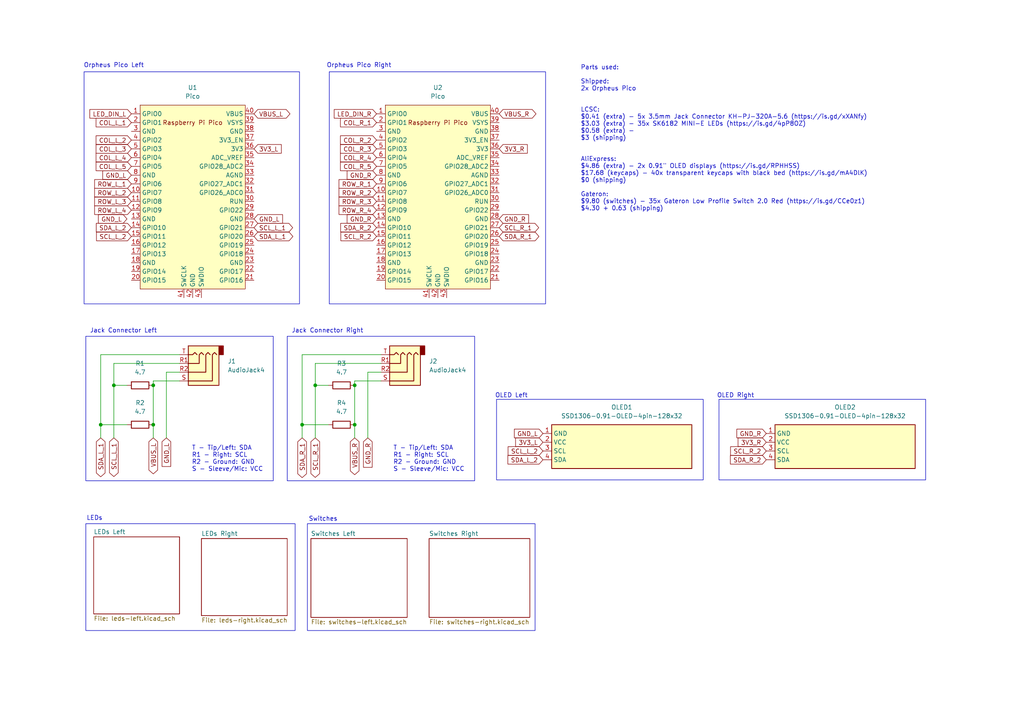
<source format=kicad_sch>
(kicad_sch (version 20231120) (generator "eeschema") (generator_version "8.0")
  (paper "A4")
  (title_block (title "Termite Keyboard") (date "2025-03-12") (rev "v1") (company "Mircea-Sebastian Turtureanu"))
  (lib_symbols
    (symbol "Connector_Audio:AudioJack4"
      (property "Reference" "J" (at 0 8.89 0))
      (property "Value" "AudioJack4" (at 0 6.35 0))
      (symbol "AudioJack4_0_1"
        (rectangle (start -6.35 -5.08) (end -7.62 -7.62) (stroke (width 0.254)) (fill (type outline)))
        (polyline (pts (xy 0 -5.08) (xy 0.635 -5.715) (xy 1.27 -5.08) (xy 2.54 -5.08)) (stroke (width 0.254)))
        (polyline (pts (xy -5.715 -5.08) (xy -5.08 -5.715) (xy -4.445 -5.08) (xy -4.445 2.54) (xy 2.54 2.54)) (stroke (width 0.254)))
        (polyline (pts (xy -1.905 -5.08) (xy -1.27 -5.715) (xy -0.635 -5.08) (xy -0.635 -2.54) (xy 2.54 -2.54)) (stroke (width 0.254)))
        (polyline (pts (xy 2.54 0) (xy -2.54 0) (xy -2.54 -5.08) (xy -3.175 -5.715) (xy -3.81 -5.08)) (stroke (width 0.254)))
        (rectangle (start 2.54 3.81) (end -6.35 -7.62) (stroke (width 0.254)) (fill (type background)))
      )
      (symbol "AudioJack4_1_1"
        (pin passive line (at 5.08 -2.54 180) (length 2.54) (name "~") (number "R1"))
        (pin passive line (at 5.08 0 180) (length 2.54) (name "~") (number "R2"))
        (pin passive line (at 5.08 2.54 180) (length 2.54) (name "~") (number "S"))
        (pin passive line (at 5.08 -5.08 180) (length 2.54) (name "~") (number "T"))
      )
    )
    (symbol "Device:R" (pin_numbers hide) (pin_names (offset 0))
      (property "Reference" "R" (at 2.032 0 90))
      (property "Value" "R" (at 0 0 90))
      (symbol "R_0_1"
        (rectangle (start -1.016 -2.54) (end 1.016 2.54) (stroke (width 0.254)))
      )
      (symbol "R_1_1"
        (pin passive line (at 0 3.81 270) (length 1.27) (name "~") (number "1"))
        (pin passive line (at 0 -3.81 90) (length 1.27) (name "~") (number "2"))
      )
    )
    (symbol "MCU_RaspberryPi_and_Boards:Pico"
      (property "Reference" "U" (at -13.97 27.94 0))
      (property "Value" "Pico" (at 0 19.05 0))
      (symbol "Pico_0_0"
        (text "Raspberry Pi Pico" (at 0 21.59 0) (effects (font (size 1.27 1.27))))
      )
      (symbol "Pico_0_1"
        (rectangle (start -15.24 26.67) (end 15.24 -26.67) (fill (type background)))
      )
      (symbol "Pico_1_1"
        (pin bidirectional line (at -17.78 24.13 0) (length 2.54) (name "GPIO0") (number "1"))
        (pin bidirectional line (at -17.78 1.27 0) (length 2.54) (name "GPIO7") (number "10"))
        (pin bidirectional line (at -17.78 -1.27 0) (length 2.54) (name "GPIO8") (number "11"))
        (pin bidirectional line (at -17.78 -3.81 0) (length 2.54) (name "GPIO9") (number "12"))
        (pin power_in line (at -17.78 -6.35 0) (length 2.54) (name "GND") (number "13"))
        (pin bidirectional line (at -17.78 -8.89 0) (length 2.54) (name "GPIO10") (number "14"))
        (pin bidirectional line (at -17.78 -11.43 0) (length 2.54) (name "GPIO11") (number "15"))
        (pin bidirectional line (at -17.78 -13.97 0) (length 2.54) (name "GPIO12") (number "16"))
        (pin bidirectional line (at -17.78 -16.51 0) (length 2.54) (name "GPIO13") (number "17"))
        (pin power_in line (at -17.78 -19.05 0) (length 2.54) (name "GND") (number "18"))
        (pin bidirectional line (at -17.78 -21.59 0) (length 2.54) (name "GPIO14") (number "19"))
        (pin bidirectional line (at -17.78 21.59 0) (length 2.54) (name "GPIO1") (number "2"))
        (pin bidirectional line (at -17.78 -24.13 0) (length 2.54) (name "GPIO15") (number "20"))
        (pin bidirectional line (at 17.78 -24.13 180) (length 2.54) (name "GPIO16") (number "21"))
        (pin bidirectional line (at 17.78 -21.59 180) (length 2.54) (name "GPIO17") (number "22"))
        (pin power_in line (at 17.78 -19.05 180) (length 2.54) (name "GND") (number "23"))
        (pin bidirectional line (at 17.78 -16.51 180) (length 2.54) (name "GPIO18") (number "24"))
        (pin bidirectional line (at 17.78 -13.97 180) (length 2.54) (name "GPIO19") (number "25"))
        (pin bidirectional line (at 17.78 -11.43 180) (length 2.54) (name "GPIO20") (number "26"))
        (pin bidirectional line (at 17.78 -8.89 180) (length 2.54) (name "GPIO21") (number "27"))
        (pin power_in line (at 17.78 -6.35 180) (length 2.54) (name "GND") (number "28"))
        (pin bidirectional line (at 17.78 -3.81 180) (length 2.54) (name "GPIO22") (number "29"))
        (pin power_in line (at -17.78 19.05 0) (length 2.54) (name "GND") (number "3"))
        (pin input line (at 17.78 -1.27 180) (length 2.54) (name "RUN") (number "30"))
        (pin bidirectional line (at 17.78 1.27 180) (length 2.54) (name "GPIO26_ADC0") (number "31"))
        (pin bidirectional line (at 17.78 3.81 180) (length 2.54) (name "GPIO27_ADC1") (number "32"))
        (pin power_in line (at 17.78 6.35 180) (length 2.54) (name "AGND") (number "33"))
        (pin bidirectional line (at 17.78 8.89 180) (length 2.54) (name "GPIO28_ADC2") (number "34"))
        (pin power_in line (at 17.78 11.43 180) (length 2.54) (name "ADC_VREF") (number "35"))
        (pin power_in line (at 17.78 13.97 180) (length 2.54) (name "3V3") (number "36"))
        (pin input line (at 17.78 16.51 180) (length 2.54) (name "3V3_EN") (number "37"))
        (pin bidirectional line (at 17.78 19.05 180) (length 2.54) (name "GND") (number "38"))
        (pin power_in line (at 17.78 21.59 180) (length 2.54) (name "VSYS") (number "39"))
        (pin bidirectional line (at -17.78 16.51 0) (length 2.54) (name "GPIO2") (number "4"))
        (pin power_in line (at 17.78 24.13 180) (length 2.54) (name "VBUS") (number "40"))
        (pin input line (at -2.54 -29.21 90) (length 2.54) (name "SWCLK") (number "41"))
        (pin power_in line (at 0 -29.21 90) (length 2.54) (name "GND") (number "42"))
        (pin bidirectional line (at 2.54 -29.21 90) (length 2.54) (name "SWDIO") (number "43"))
        (pin bidirectional line (at -17.78 13.97 0) (length 2.54) (name "GPIO3") (number "5"))
        (pin bidirectional line (at -17.78 11.43 0) (length 2.54) (name "GPIO4") (number "6"))
        (pin bidirectional line (at -17.78 8.89 0) (length 2.54) (name "GPIO5") (number "7"))
        (pin power_in line (at -17.78 6.35 0) (length 2.54) (name "GND") (number "8"))
        (pin bidirectional line (at -17.78 3.81 0) (length 2.54) (name "GPIO6") (number "9"))
      )
    )
    (symbol "ssd1306-0.91-oled-4pin-128x32:SSD1306-0.91-OLED-4pin-128x32"
      (property "Reference" "OLED" (at -9.398 11.684 0))
      (property "Value" "SSD1306-0.91-OLED-4pin-128x32" (at 7.112 -4.572 0))
      (symbol "SSD1306-0.91-OLED-4pin-128x32_0_1"
        (rectangle (start -10.16 10.16) (end 30.48 -2.54) (stroke (width 0.254)) (fill (type background)))
      )
      (symbol "SSD1306-0.91-OLED-4pin-128x32_1_1"
        (pin power_in line (at -12.7 7.62 0) (length 2.54) (name "GND") (number "1"))
        (pin power_in line (at -12.7 5.08 0) (length 2.54) (name "VCC") (number "2"))
        (pin input line (at -12.7 2.54 0) (length 2.54) (name "SCL") (number "3"))
        (pin bidirectional line (at -12.7 0 0) (length 2.54) (name "SDA") (number "4"))
      )
    )
  )
  (junction (at 102.87 111.76))
  (junction (at 29.21 123.19))
  (junction (at 33.02 111.76))
  (junction (at 44.45 123.19))
  (junction (at 91.44 111.76))
  (junction (at 102.87 123.19))
  (junction (at 44.45 111.76))
  (junction (at 87.63 123.19))
  (wire (pts (xy 29.21 123.19) (xy 36.83 123.19)))
  (wire (pts (xy 87.63 102.87) (xy 110.49 102.87)))
  (wire (pts (xy 33.02 127) (xy 33.02 111.76)))
  (wire (pts (xy 102.87 110.49) (xy 110.49 110.49)))
  (wire (pts (xy 102.87 123.19) (xy 102.87 127)))
  (wire (pts (xy 106.68 107.95) (xy 110.49 107.95)))
  (wire (pts (xy 48.26 107.95) (xy 52.07 107.95)))
  (wire (pts (xy 102.87 111.76) (xy 102.87 123.19)))
  (wire (pts (xy 33.02 105.41) (xy 33.02 111.76)))
  (wire (pts (xy 44.45 111.76) (xy 44.45 110.49)))
  (wire (pts (xy 44.45 110.49) (xy 52.07 110.49)))
  (wire (pts (xy 102.87 111.76) (xy 102.87 110.49)))
  (wire (pts (xy 44.45 111.76) (xy 44.45 123.19)))
  (wire (pts (xy 87.63 123.19) (xy 87.63 127)))
  (wire (pts (xy 91.44 127) (xy 91.44 111.76)))
  (wire (pts (xy 87.63 102.87) (xy 87.63 123.19)))
  (wire (pts (xy 29.21 102.87) (xy 52.07 102.87)))
  (wire (pts (xy 91.44 111.76) (xy 95.25 111.76)))
  (wire (pts (xy 52.07 105.41) (xy 33.02 105.41)))
  (wire (pts (xy 91.44 105.41) (xy 91.44 111.76)))
  (wire (pts (xy 87.63 123.19) (xy 95.25 123.19)))
  (wire (pts (xy 29.21 123.19) (xy 29.21 127)))
  (wire (pts (xy 33.02 111.76) (xy 36.83 111.76)))
  (wire (pts (xy 29.21 102.87) (xy 29.21 123.19)))
  (wire (pts (xy 48.26 127) (xy 48.26 107.95)))
  (wire (pts (xy 106.68 127) (xy 106.68 107.95)))
  (wire (pts (xy 44.45 123.19) (xy 44.45 127)))
  (wire (pts (xy 110.49 105.41) (xy 91.44 105.41)))
  (rectangle (start 95.504 20.828) (end 158.242 88.138))
  (rectangle (start 83.312 97.536) (end 137.668 139.446))
  (rectangle (start 89.154 151.892) (end 155.194 182.88))
  (rectangle (start 208.534 115.824) (end 268.478 139.192))
  (rectangle (start 24.892 97.536) (end 79.248 139.446))
  (rectangle (start 24.384 20.828) (end 86.868 88.138))
  (rectangle (start 144.018 115.824) (end 203.962 139.192))
  (rectangle (start 24.892 151.892) (end 85.598 182.88))
  (text "OLED Right" (at 213.36 114.808 0) (effects (font (size 1.27 1.27))))
  (text "LEDs" (at 27.432 150.368 0) (effects (font (size 1.27 1.27))))
  (text "T - Tip/Left: SDA\nR1 - Right: SCL\nR2 - Ground: GND\nS - Sleeve/Mic: VCC\n" (at 55.626 133.096 0) (effects (font (size 1.27 1.27)) (justify left)))
  (text "Jack Connector Right" (at 94.996 96.012 0) (effects (font (size 1.27 1.27))))
  (text "Orpheus Pico Right" (at 104.14 19.05 0) (effects (font (size 1.27 1.27))))
  (text "OLED Left" (at 148.336 114.808 0) (effects (font (size 1.27 1.27))))
  (text "Parts used:\n\nShipped:\n2x Orpheus Pico\n\n\nLCSC:\n$0.41 (extra) - 5x 3.5mm Jack Connector KH-PJ-320A-5.6 (https://is.gd/xXANfy)\n$3.03 (extra) - 35x SK6182 MINI-E LEDs (https://is.gd/4pP8OZ)\n$0.58 (extra) - \n$3 (shipping)\n\n\nAliExpress:\n$4.86 (extra) - 2x 0.91\" OLED displays (https://is.gd/RPHHSS)\n$17.68 (keycaps) - 40x transparent keycaps with black bed (https://is.gd/mA4DlK)\n$0 (shipping)\n\nGateron:\n$9.80 (switches) - 35x Gateron Low Profile Switch 2.0 Red (https://is.gd/CCe0z1)\n$4.30 + 0.63 (shipping)" (at 168.402 40.132 0) (effects (font (size 1.27 1.27)) (justify left)))
  (text "Jack Connector Left" (at 35.814 96.012 0) (effects (font (size 1.27 1.27))))
  (text "Switches" (at 93.726 150.622 0) (effects (font (size 1.27 1.27))))
  (text "T - Tip/Left: SDA\nR1 - Right: SCL\nR2 - Ground: GND\nS - Sleeve/Mic: VCC\n" (at 114.046 133.096 0) (effects (font (size 1.27 1.27)) (justify left)))
  (text "Orpheus Pico Left" (at 33.02 19.05 0) (effects (font (size 1.27 1.27))))
  (global_label "ROW_L_4" (shape input) (at 38.1 60.96 180) (property "Intersheetrefs" "${INTERSHEET_REFS}" (effects (hide yes))))
  (global_label "COL_L_5" (shape input) (at 38.1 48.26 180) (property "Intersheetrefs" "${INTERSHEET_REFS}" (effects (hide yes))))
  (global_label "ROW_R_4" (shape input) (at 109.22 60.96 180) (property "Intersheetrefs" "${INTERSHEET_REFS}" (effects (hide yes))))
  (global_label "ROW_L_3" (shape input) (at 38.1 58.42 180) (property "Intersheetrefs" "${INTERSHEET_REFS}" (effects (hide yes))))
  (global_label "SDA_R_2" (shape input) (at 109.22 66.04 180) (property "Intersheetrefs" "${INTERSHEET_REFS}" (effects (hide yes))))
  (global_label "COL_R_2" (shape input) (at 109.22 40.64 180) (property "Intersheetrefs" "${INTERSHEET_REFS}" (effects (hide yes))))
  (global_label "COL_R_5" (shape input) (at 109.22 48.26 180) (property "Intersheetrefs" "${INTERSHEET_REFS}" (effects (hide yes))))
  (global_label "COL_L_4" (shape input) (at 38.1 45.72 180) (property "Intersheetrefs" "${INTERSHEET_REFS}" (effects (hide yes))))
  (global_label "3V3_L" (shape input) (at 73.66 43.18 0) (property "Intersheetrefs" "${INTERSHEET_REFS}" (effects (hide yes))))
  (global_label "ROW_R_2" (shape input) (at 109.22 55.88 180) (property "Intersheetrefs" "${INTERSHEET_REFS}" (effects (hide yes))))
  (global_label "SDA_L_1" (shape bidirectional) (at 29.21 127 270) (property "Intersheetrefs" "${INTERSHEET_REFS}" (effects (hide yes))))
  (global_label "LED_DIN_R" (shape input) (at 109.22 33.02 180) (property "Intersheetrefs" "${INTERSHEET_REFS}" (effects (hide yes))))
  (global_label "SCL_L_1" (shape bidirectional) (at 33.02 127 270) (property "Intersheetrefs" "${INTERSHEET_REFS}" (effects (hide yes))))
  (global_label "SDA_R_1" (shape bidirectional) (at 144.78 68.58 0) (property "Intersheetrefs" "${INTERSHEET_REFS}" (effects (hide yes))))
  (global_label "GND_R" (shape input) (at 109.22 50.8 180) (property "Intersheetrefs" "${INTERSHEET_REFS}" (effects (hide yes))))
  (global_label "SDA_L_2" (shape input) (at 38.1 66.04 180) (property "Intersheetrefs" "${INTERSHEET_REFS}" (effects (hide yes))))
  (global_label "COL_R_4" (shape input) (at 109.22 45.72 180) (property "Intersheetrefs" "${INTERSHEET_REFS}" (effects (hide yes))))
  (global_label "GND_R" (shape input) (at 222.25 125.73 180) (property "Intersheetrefs" "${INTERSHEET_REFS}" (effects (hide yes))))
  (global_label "COL_R_1" (shape input) (at 109.22 35.56 180) (property "Intersheetrefs" "${INTERSHEET_REFS}" (effects (hide yes))))
  (global_label "SCL_R_1" (shape bidirectional) (at 144.78 66.04 0) (property "Intersheetrefs" "${INTERSHEET_REFS}" (effects (hide yes))))
  (global_label "COL_L_1" (shape input) (at 38.1 35.56 180) (property "Intersheetrefs" "${INTERSHEET_REFS}" (effects (hide yes))))
  (global_label "SCL_R_1" (shape bidirectional) (at 91.44 127 270) (property "Intersheetrefs" "${INTERSHEET_REFS}" (effects (hide yes))))
  (global_label "SCL_R_2" (shape input) (at 109.22 68.58 180) (property "Intersheetrefs" "${INTERSHEET_REFS}" (effects (hide yes))))
  (global_label "ROW_L_1" (shape input) (at 38.1 53.34 180) (property "Intersheetrefs" "${INTERSHEET_REFS}" (effects (hide yes))))
  (global_label "SCL_R_2" (shape input) (at 222.25 130.81 180) (property "Intersheetrefs" "${INTERSHEET_REFS}" (effects (hide yes))))
  (global_label "VBUS_R" (shape bidirectional) (at 144.78 33.02 0) (property "Intersheetrefs" "${INTERSHEET_REFS}" (effects (hide yes))))
  (global_label "SDA_R_1" (shape bidirectional) (at 87.63 127 270) (property "Intersheetrefs" "${INTERSHEET_REFS}" (effects (hide yes))))
  (global_label "LED_DIN_L" (shape input) (at 38.1 33.02 180) (property "Intersheetrefs" "${INTERSHEET_REFS}" (effects (hide yes))))
  (global_label "ROW_R_1" (shape input) (at 109.22 53.34 180) (property "Intersheetrefs" "${INTERSHEET_REFS}" (effects (hide yes))))
  (global_label "GND_L" (shape input) (at 73.66 63.5 0) (property "Intersheetrefs" "${INTERSHEET_REFS}" (effects (hide yes))))
  (global_label "ROW_L_2" (shape input) (at 38.1 55.88 180) (property "Intersheetrefs" "${INTERSHEET_REFS}" (effects (hide yes))))
  (global_label "SDA_R_2" (shape input) (at 222.25 133.35 180) (property "Intersheetrefs" "${INTERSHEET_REFS}" (effects (hide yes))))
  (global_label "VBUS_L" (shape bidirectional) (at 73.66 33.02 0) (property "Intersheetrefs" "${INTERSHEET_REFS}" (effects (hide yes))))
  (global_label "VBUS_L" (shape bidirectional) (at 44.45 127 270) (property "Intersheetrefs" "${INTERSHEET_REFS}" (effects (hide yes))))
  (global_label "SCL_L_2" (shape input) (at 157.48 130.81 180) (property "Intersheetrefs" "${INTERSHEET_REFS}" (effects (hide yes))))
  (global_label "SCL_L_2" (shape input) (at 38.1 68.58 180) (property "Intersheetrefs" "${INTERSHEET_REFS}" (effects (hide yes))))
  (global_label "GND_L" (shape input) (at 36.83 63.5 180) (property "Intersheetrefs" "${INTERSHEET_REFS}" (effects (hide yes))))
  (global_label "GND_L" (shape input) (at 48.26 127 270) (property "Intersheetrefs" "${INTERSHEET_REFS}" (effects (hide yes))))
  (global_label "COL_R_3" (shape input) (at 109.22 43.18 180) (property "Intersheetrefs" "${INTERSHEET_REFS}" (effects (hide yes))))
  (global_label "GND_L" (shape input) (at 157.48 125.73 180) (property "Intersheetrefs" "${INTERSHEET_REFS}" (effects (hide yes))))
  (global_label "GND_R" (shape input) (at 144.78 63.5 0) (property "Intersheetrefs" "${INTERSHEET_REFS}" (effects (hide yes))))
  (global_label "VBUS_R" (shape bidirectional) (at 102.87 127 270) (property "Intersheetrefs" "${INTERSHEET_REFS}" (effects (hide yes))))
  (global_label "ROW_R_3" (shape input) (at 109.22 58.42 180) (property "Intersheetrefs" "${INTERSHEET_REFS}" (effects (hide yes))))
  (global_label "3V3_R" (shape input) (at 222.25 128.27 180) (property "Intersheetrefs" "${INTERSHEET_REFS}" (effects (hide yes))))
  (global_label "COL_L_3" (shape input) (at 38.1 43.18 180) (property "Intersheetrefs" "${INTERSHEET_REFS}" (effects (hide yes))))
  (global_label "GND_R" (shape input) (at 109.22 63.5 180) (property "Intersheetrefs" "${INTERSHEET_REFS}" (effects (hide yes))))
  (global_label "GND_R" (shape input) (at 106.68 127 270) (property "Intersheetrefs" "${INTERSHEET_REFS}" (effects (hide yes))))
  (global_label "SDA_L_2" (shape input) (at 157.48 133.35 180) (property "Intersheetrefs" "${INTERSHEET_REFS}" (effects (hide yes))))
  (global_label "3V3_L" (shape input) (at 157.48 128.27 180) (property "Intersheetrefs" "${INTERSHEET_REFS}" (effects (hide yes))))
  (global_label "GND_L" (shape input) (at 38.1 50.8 180) (property "Intersheetrefs" "${INTERSHEET_REFS}" (effects (hide yes))))
  (global_label "SDA_L_1" (shape bidirectional) (at 73.66 68.58 0) (property "Intersheetrefs" "${INTERSHEET_REFS}" (effects (hide yes))))
  (global_label "COL_L_2" (shape input) (at 38.1 40.64 180) (property "Intersheetrefs" "${INTERSHEET_REFS}" (effects (hide yes))))
  (global_label "SCL_L_1" (shape bidirectional) (at 73.66 66.04 0) (property "Intersheetrefs" "${INTERSHEET_REFS}" (effects (hide yes))))
  (global_label "3V3_R" (shape input) (at 144.78 43.18 0) (property "Intersheetrefs" "${INTERSHEET_REFS}" (effects (hide yes))))
  (symbol (lib_id "Connector_Audio:AudioJack4") (at 57.15 107.95 180) (unit 1)
    (property "Reference" "J1" (at 66.04 104.7749 0) (effects (justify right)))
    (property "Value" "AudioJack4" (at 66.04 107.3149 0) (effects (justify right)))
    (property "Footprint" "custom:TRRS-PJ-320A" (effects (hide yes)))
    (property "Description" "Audio Jack, 4 Poles (TRRS)" (effects (hide yes)))
  )
  (symbol (lib_id "Device:R") (at 99.06 123.19 90) (unit 1)
    (property "Reference" "R4" (at 99.06 116.84 90))
    (property "Value" "4.7" (at 99.06 119.38 90))
    (property "Footprint" "Resistor_THT:R_Axial_DIN0204_L3.6mm_D1.6mm_P5.08mm_Horizontal" (effects (hide yes)))
    (property "Description" "Resistor" (effects (hide yes)))
  )
  (symbol (lib_id "Device:R") (at 40.64 123.19 90) (unit 1)
    (property "Reference" "R2" (at 40.64 116.84 90))
    (property "Value" "4.7" (at 40.64 119.38 90))
    (property "Footprint" "Resistor_THT:R_Axial_DIN0204_L3.6mm_D1.6mm_P5.08mm_Horizontal" (effects (hide yes)))
    (property "Description" "Resistor" (effects (hide yes)))
  )
  (symbol (lib_id "ssd1306-0.91-oled-4pin-128x32:SSD1306-0.91-OLED-4pin-128x32") (at 170.18 133.35 0) (unit 1)
    (property "Reference" "OLED1" (at 180.34 118.11 0))
    (property "Value" "SSD1306-0.91-OLED-4pin-128x32" (at 180.34 120.65 0))
    (property "Footprint" "custom:SSD1306-0.91-OLED-4pin-128x32" (effects (hide yes)))
  )
  (symbol (lib_id "ssd1306-0.91-oled-4pin-128x32:SSD1306-0.91-OLED-4pin-128x32") (at 234.95 133.35 0) (unit 1)
    (property "Reference" "OLED2" (at 245.11 118.11 0))
    (property "Value" "SSD1306-0.91-OLED-4pin-128x32" (at 245.11 120.65 0))
    (property "Footprint" "custom:SSD1306-0.91-OLED-4pin-128x32" (effects (hide yes)))
  )
  (symbol (lib_id "Device:R") (at 40.64 111.76 90) (unit 1)
    (property "Reference" "R1" (at 40.64 105.41 90))
    (property "Value" "4.7" (at 40.64 107.95 90))
    (property "Footprint" "Resistor_THT:R_Axial_DIN0204_L3.6mm_D1.6mm_P5.08mm_Horizontal" (effects (hide yes)))
    (property "Description" "Resistor" (effects (hide yes)))
  )
  (symbol (lib_id "Device:R") (at 99.06 111.76 90) (unit 1)
    (property "Reference" "R3" (at 99.06 105.41 90))
    (property "Value" "4.7" (at 99.06 107.95 90))
    (property "Footprint" "Resistor_THT:R_Axial_DIN0204_L3.6mm_D1.6mm_P5.08mm_Horizontal" (effects (hide yes)))
    (property "Description" "Resistor" (effects (hide yes)))
  )
  (symbol (lib_id "MCU_RaspberryPi_and_Boards:Pico") (at 127 57.15 0) (unit 1)
    (property "Reference" "U2" (at 127 25.4 0))
    (property "Value" "Pico" (at 127 27.94 0))
    (property "Footprint" "MCU_RaspberryPi_and_Boards:RPi_Pico_SMD_TH" (effects (hide yes)))
  )
  (symbol (lib_id "Connector_Audio:AudioJack4") (at 115.57 107.95 180) (unit 1)
    (property "Reference" "J2" (at 124.46 104.7749 0) (effects (justify right)))
    (property "Value" "AudioJack4" (at 124.46 107.3149 0) (effects (justify right)))
    (property "Footprint" "custom:TRRS-PJ-320A" (effects (hide yes)))
    (property "Description" "Audio Jack, 4 Poles (TRRS)" (effects (hide yes)))
  )
  (symbol (lib_id "MCU_RaspberryPi_and_Boards:Pico") (at 55.88 57.15 0) (unit 1)
    (property "Reference" "U1" (at 55.88 25.4 0))
    (property "Value" "Pico" (at 55.88 27.94 0))
    (property "Footprint" "MCU_RaspberryPi_and_Boards:RPi_Pico_SMD_TH" (effects (hide yes)))
  )
  (sheet (at 27.178 155.702) (size 24.892 22.352) (stroke (width 0.1524))
    (property "Sheetname" "LEDs Left" (at 27.178 154.9904 0) (effects (justify left bottom)))
    (property "Sheetfile" "leds-left.kicad_sch" (at 27.178 178.6386 0) (effects (justify left top)))
  )
  (sheet (at 90.17 156.21) (size 27.94 22.86) (stroke (width 0.1524))
    (property "Sheetname" "Switches Left" (at 90.17 155.4984 0) (effects (justify left bottom)))
    (property "Sheetfile" "switches-left.kicad_sch" (at 90.17 179.6546 0) (effects (justify left top)))
  )
  (sheet (at 124.46 156.21) (size 29.21 22.86) (stroke (width 0.1524))
    (property "Sheetname" "Switches Right" (at 124.46 155.4984 0) (effects (justify left bottom)))
    (property "Sheetfile" "switches-right.kicad_sch" (at 124.46 179.6546 0) (effects (justify left top)))
  )
  (sheet (at 58.42 156.21) (size 24.892 22.352) (stroke (width 0.1524))
    (property "Sheetname" "LEDs Right" (at 58.42 155.4984 0) (effects (justify left bottom)))
    (property "Sheetfile" "leds-right.kicad_sch" (at 58.42 179.1466 0) (effects (justify left top)))
  )
)
</source>
